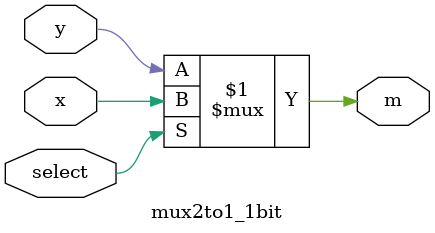
<source format=v>
module mux2to1_1bit(
	input wire x,
	input wire y,
	input wire select,
	output m
);
assign m = select ? x : y;
endmodule
</source>
